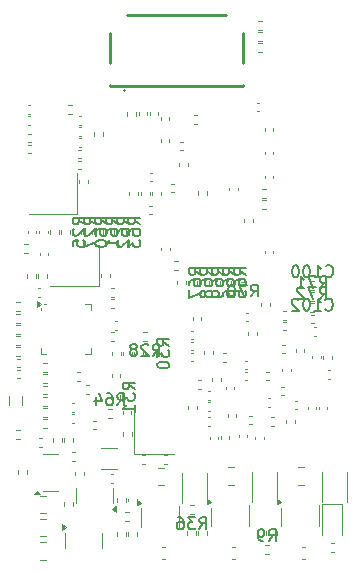
<source format=gbr>
%TF.GenerationSoftware,KiCad,Pcbnew,9.0.3*%
%TF.CreationDate,2025-09-05T02:51:16+03:00*%
%TF.ProjectId,ThingsCore-1,5468696e-6773-4436-9f72-652d312e6b69,rev?*%
%TF.SameCoordinates,Original*%
%TF.FileFunction,Legend,Bot*%
%TF.FilePolarity,Positive*%
%FSLAX46Y46*%
G04 Gerber Fmt 4.6, Leading zero omitted, Abs format (unit mm)*
G04 Created by KiCad (PCBNEW 9.0.3) date 2025-09-05 02:51:16*
%MOMM*%
%LPD*%
G01*
G04 APERTURE LIST*
%ADD10C,0.150000*%
%ADD11C,0.120000*%
%ADD12C,0.254000*%
G04 APERTURE END LIST*
D10*
X33792857Y-36574819D02*
X34126190Y-36098628D01*
X34364285Y-36574819D02*
X34364285Y-35574819D01*
X34364285Y-35574819D02*
X33983333Y-35574819D01*
X33983333Y-35574819D02*
X33888095Y-35622438D01*
X33888095Y-35622438D02*
X33840476Y-35670057D01*
X33840476Y-35670057D02*
X33792857Y-35765295D01*
X33792857Y-35765295D02*
X33792857Y-35908152D01*
X33792857Y-35908152D02*
X33840476Y-36003390D01*
X33840476Y-36003390D02*
X33888095Y-36051009D01*
X33888095Y-36051009D02*
X33983333Y-36098628D01*
X33983333Y-36098628D02*
X34364285Y-36098628D01*
X33459523Y-35574819D02*
X32792857Y-35574819D01*
X32792857Y-35574819D02*
X33221428Y-36574819D01*
X32221428Y-35574819D02*
X32126190Y-35574819D01*
X32126190Y-35574819D02*
X32030952Y-35622438D01*
X32030952Y-35622438D02*
X31983333Y-35670057D01*
X31983333Y-35670057D02*
X31935714Y-35765295D01*
X31935714Y-35765295D02*
X31888095Y-35955771D01*
X31888095Y-35955771D02*
X31888095Y-36193866D01*
X31888095Y-36193866D02*
X31935714Y-36384342D01*
X31935714Y-36384342D02*
X31983333Y-36479580D01*
X31983333Y-36479580D02*
X32030952Y-36527200D01*
X32030952Y-36527200D02*
X32126190Y-36574819D01*
X32126190Y-36574819D02*
X32221428Y-36574819D01*
X32221428Y-36574819D02*
X32316666Y-36527200D01*
X32316666Y-36527200D02*
X32364285Y-36479580D01*
X32364285Y-36479580D02*
X32411904Y-36384342D01*
X32411904Y-36384342D02*
X32459523Y-36193866D01*
X32459523Y-36193866D02*
X32459523Y-35955771D01*
X32459523Y-35955771D02*
X32411904Y-35765295D01*
X32411904Y-35765295D02*
X32364285Y-35670057D01*
X32364285Y-35670057D02*
X32316666Y-35622438D01*
X32316666Y-35622438D02*
X32221428Y-35574819D01*
X26874819Y-40757142D02*
X26398628Y-40423809D01*
X26874819Y-40185714D02*
X25874819Y-40185714D01*
X25874819Y-40185714D02*
X25874819Y-40566666D01*
X25874819Y-40566666D02*
X25922438Y-40661904D01*
X25922438Y-40661904D02*
X25970057Y-40709523D01*
X25970057Y-40709523D02*
X26065295Y-40757142D01*
X26065295Y-40757142D02*
X26208152Y-40757142D01*
X26208152Y-40757142D02*
X26303390Y-40709523D01*
X26303390Y-40709523D02*
X26351009Y-40661904D01*
X26351009Y-40661904D02*
X26398628Y-40566666D01*
X26398628Y-40566666D02*
X26398628Y-40185714D01*
X25874819Y-41090476D02*
X25874819Y-41709523D01*
X25874819Y-41709523D02*
X26255771Y-41376190D01*
X26255771Y-41376190D02*
X26255771Y-41519047D01*
X26255771Y-41519047D02*
X26303390Y-41614285D01*
X26303390Y-41614285D02*
X26351009Y-41661904D01*
X26351009Y-41661904D02*
X26446247Y-41709523D01*
X26446247Y-41709523D02*
X26684342Y-41709523D01*
X26684342Y-41709523D02*
X26779580Y-41661904D01*
X26779580Y-41661904D02*
X26827200Y-41614285D01*
X26827200Y-41614285D02*
X26874819Y-41519047D01*
X26874819Y-41519047D02*
X26874819Y-41233333D01*
X26874819Y-41233333D02*
X26827200Y-41138095D01*
X26827200Y-41138095D02*
X26779580Y-41090476D01*
X25874819Y-42328571D02*
X25874819Y-42423809D01*
X25874819Y-42423809D02*
X25922438Y-42519047D01*
X25922438Y-42519047D02*
X25970057Y-42566666D01*
X25970057Y-42566666D02*
X26065295Y-42614285D01*
X26065295Y-42614285D02*
X26255771Y-42661904D01*
X26255771Y-42661904D02*
X26493866Y-42661904D01*
X26493866Y-42661904D02*
X26684342Y-42614285D01*
X26684342Y-42614285D02*
X26779580Y-42566666D01*
X26779580Y-42566666D02*
X26827200Y-42519047D01*
X26827200Y-42519047D02*
X26874819Y-42423809D01*
X26874819Y-42423809D02*
X26874819Y-42328571D01*
X26874819Y-42328571D02*
X26827200Y-42233333D01*
X26827200Y-42233333D02*
X26779580Y-42185714D01*
X26779580Y-42185714D02*
X26684342Y-42138095D01*
X26684342Y-42138095D02*
X26493866Y-42090476D01*
X26493866Y-42090476D02*
X26255771Y-42090476D01*
X26255771Y-42090476D02*
X26065295Y-42138095D01*
X26065295Y-42138095D02*
X25970057Y-42185714D01*
X25970057Y-42185714D02*
X25922438Y-42233333D01*
X25922438Y-42233333D02*
X25874819Y-42328571D01*
X22549819Y-30472142D02*
X22073628Y-30138809D01*
X22549819Y-29900714D02*
X21549819Y-29900714D01*
X21549819Y-29900714D02*
X21549819Y-30281666D01*
X21549819Y-30281666D02*
X21597438Y-30376904D01*
X21597438Y-30376904D02*
X21645057Y-30424523D01*
X21645057Y-30424523D02*
X21740295Y-30472142D01*
X21740295Y-30472142D02*
X21883152Y-30472142D01*
X21883152Y-30472142D02*
X21978390Y-30424523D01*
X21978390Y-30424523D02*
X22026009Y-30376904D01*
X22026009Y-30376904D02*
X22073628Y-30281666D01*
X22073628Y-30281666D02*
X22073628Y-29900714D01*
X21549819Y-31329285D02*
X21549819Y-31138809D01*
X21549819Y-31138809D02*
X21597438Y-31043571D01*
X21597438Y-31043571D02*
X21645057Y-30995952D01*
X21645057Y-30995952D02*
X21787914Y-30900714D01*
X21787914Y-30900714D02*
X21978390Y-30853095D01*
X21978390Y-30853095D02*
X22359342Y-30853095D01*
X22359342Y-30853095D02*
X22454580Y-30900714D01*
X22454580Y-30900714D02*
X22502200Y-30948333D01*
X22502200Y-30948333D02*
X22549819Y-31043571D01*
X22549819Y-31043571D02*
X22549819Y-31234047D01*
X22549819Y-31234047D02*
X22502200Y-31329285D01*
X22502200Y-31329285D02*
X22454580Y-31376904D01*
X22454580Y-31376904D02*
X22359342Y-31424523D01*
X22359342Y-31424523D02*
X22121247Y-31424523D01*
X22121247Y-31424523D02*
X22026009Y-31376904D01*
X22026009Y-31376904D02*
X21978390Y-31329285D01*
X21978390Y-31329285D02*
X21930771Y-31234047D01*
X21930771Y-31234047D02*
X21930771Y-31043571D01*
X21930771Y-31043571D02*
X21978390Y-30948333D01*
X21978390Y-30948333D02*
X22026009Y-30900714D01*
X22026009Y-30900714D02*
X22121247Y-30853095D01*
X22549819Y-32376904D02*
X22549819Y-31805476D01*
X22549819Y-32091190D02*
X21549819Y-32091190D01*
X21549819Y-32091190D02*
X21692676Y-31995952D01*
X21692676Y-31995952D02*
X21787914Y-31900714D01*
X21787914Y-31900714D02*
X21835533Y-31805476D01*
X23499819Y-30482142D02*
X23023628Y-30148809D01*
X23499819Y-29910714D02*
X22499819Y-29910714D01*
X22499819Y-29910714D02*
X22499819Y-30291666D01*
X22499819Y-30291666D02*
X22547438Y-30386904D01*
X22547438Y-30386904D02*
X22595057Y-30434523D01*
X22595057Y-30434523D02*
X22690295Y-30482142D01*
X22690295Y-30482142D02*
X22833152Y-30482142D01*
X22833152Y-30482142D02*
X22928390Y-30434523D01*
X22928390Y-30434523D02*
X22976009Y-30386904D01*
X22976009Y-30386904D02*
X23023628Y-30291666D01*
X23023628Y-30291666D02*
X23023628Y-29910714D01*
X22499819Y-31339285D02*
X22499819Y-31148809D01*
X22499819Y-31148809D02*
X22547438Y-31053571D01*
X22547438Y-31053571D02*
X22595057Y-31005952D01*
X22595057Y-31005952D02*
X22737914Y-30910714D01*
X22737914Y-30910714D02*
X22928390Y-30863095D01*
X22928390Y-30863095D02*
X23309342Y-30863095D01*
X23309342Y-30863095D02*
X23404580Y-30910714D01*
X23404580Y-30910714D02*
X23452200Y-30958333D01*
X23452200Y-30958333D02*
X23499819Y-31053571D01*
X23499819Y-31053571D02*
X23499819Y-31244047D01*
X23499819Y-31244047D02*
X23452200Y-31339285D01*
X23452200Y-31339285D02*
X23404580Y-31386904D01*
X23404580Y-31386904D02*
X23309342Y-31434523D01*
X23309342Y-31434523D02*
X23071247Y-31434523D01*
X23071247Y-31434523D02*
X22976009Y-31386904D01*
X22976009Y-31386904D02*
X22928390Y-31339285D01*
X22928390Y-31339285D02*
X22880771Y-31244047D01*
X22880771Y-31244047D02*
X22880771Y-31053571D01*
X22880771Y-31053571D02*
X22928390Y-30958333D01*
X22928390Y-30958333D02*
X22976009Y-30910714D01*
X22976009Y-30910714D02*
X23071247Y-30863095D01*
X22595057Y-31815476D02*
X22547438Y-31863095D01*
X22547438Y-31863095D02*
X22499819Y-31958333D01*
X22499819Y-31958333D02*
X22499819Y-32196428D01*
X22499819Y-32196428D02*
X22547438Y-32291666D01*
X22547438Y-32291666D02*
X22595057Y-32339285D01*
X22595057Y-32339285D02*
X22690295Y-32386904D01*
X22690295Y-32386904D02*
X22785533Y-32386904D01*
X22785533Y-32386904D02*
X22928390Y-32339285D01*
X22928390Y-32339285D02*
X23499819Y-31767857D01*
X23499819Y-31767857D02*
X23499819Y-32386904D01*
X19724819Y-30482142D02*
X19248628Y-30148809D01*
X19724819Y-29910714D02*
X18724819Y-29910714D01*
X18724819Y-29910714D02*
X18724819Y-30291666D01*
X18724819Y-30291666D02*
X18772438Y-30386904D01*
X18772438Y-30386904D02*
X18820057Y-30434523D01*
X18820057Y-30434523D02*
X18915295Y-30482142D01*
X18915295Y-30482142D02*
X19058152Y-30482142D01*
X19058152Y-30482142D02*
X19153390Y-30434523D01*
X19153390Y-30434523D02*
X19201009Y-30386904D01*
X19201009Y-30386904D02*
X19248628Y-30291666D01*
X19248628Y-30291666D02*
X19248628Y-29910714D01*
X18820057Y-30863095D02*
X18772438Y-30910714D01*
X18772438Y-30910714D02*
X18724819Y-31005952D01*
X18724819Y-31005952D02*
X18724819Y-31244047D01*
X18724819Y-31244047D02*
X18772438Y-31339285D01*
X18772438Y-31339285D02*
X18820057Y-31386904D01*
X18820057Y-31386904D02*
X18915295Y-31434523D01*
X18915295Y-31434523D02*
X19010533Y-31434523D01*
X19010533Y-31434523D02*
X19153390Y-31386904D01*
X19153390Y-31386904D02*
X19724819Y-30815476D01*
X19724819Y-30815476D02*
X19724819Y-31434523D01*
X18724819Y-32339285D02*
X18724819Y-31863095D01*
X18724819Y-31863095D02*
X19201009Y-31815476D01*
X19201009Y-31815476D02*
X19153390Y-31863095D01*
X19153390Y-31863095D02*
X19105771Y-31958333D01*
X19105771Y-31958333D02*
X19105771Y-32196428D01*
X19105771Y-32196428D02*
X19153390Y-32291666D01*
X19153390Y-32291666D02*
X19201009Y-32339285D01*
X19201009Y-32339285D02*
X19296247Y-32386904D01*
X19296247Y-32386904D02*
X19534342Y-32386904D01*
X19534342Y-32386904D02*
X19629580Y-32339285D01*
X19629580Y-32339285D02*
X19677200Y-32291666D01*
X19677200Y-32291666D02*
X19724819Y-32196428D01*
X19724819Y-32196428D02*
X19724819Y-31958333D01*
X19724819Y-31958333D02*
X19677200Y-31863095D01*
X19677200Y-31863095D02*
X19629580Y-31815476D01*
X20674819Y-30482142D02*
X20198628Y-30148809D01*
X20674819Y-29910714D02*
X19674819Y-29910714D01*
X19674819Y-29910714D02*
X19674819Y-30291666D01*
X19674819Y-30291666D02*
X19722438Y-30386904D01*
X19722438Y-30386904D02*
X19770057Y-30434523D01*
X19770057Y-30434523D02*
X19865295Y-30482142D01*
X19865295Y-30482142D02*
X20008152Y-30482142D01*
X20008152Y-30482142D02*
X20103390Y-30434523D01*
X20103390Y-30434523D02*
X20151009Y-30386904D01*
X20151009Y-30386904D02*
X20198628Y-30291666D01*
X20198628Y-30291666D02*
X20198628Y-29910714D01*
X19770057Y-30863095D02*
X19722438Y-30910714D01*
X19722438Y-30910714D02*
X19674819Y-31005952D01*
X19674819Y-31005952D02*
X19674819Y-31244047D01*
X19674819Y-31244047D02*
X19722438Y-31339285D01*
X19722438Y-31339285D02*
X19770057Y-31386904D01*
X19770057Y-31386904D02*
X19865295Y-31434523D01*
X19865295Y-31434523D02*
X19960533Y-31434523D01*
X19960533Y-31434523D02*
X20103390Y-31386904D01*
X20103390Y-31386904D02*
X20674819Y-30815476D01*
X20674819Y-30815476D02*
X20674819Y-31434523D01*
X19674819Y-31767857D02*
X19674819Y-32434523D01*
X19674819Y-32434523D02*
X20674819Y-32005952D01*
X29442857Y-56274819D02*
X29776190Y-55798628D01*
X30014285Y-56274819D02*
X30014285Y-55274819D01*
X30014285Y-55274819D02*
X29633333Y-55274819D01*
X29633333Y-55274819D02*
X29538095Y-55322438D01*
X29538095Y-55322438D02*
X29490476Y-55370057D01*
X29490476Y-55370057D02*
X29442857Y-55465295D01*
X29442857Y-55465295D02*
X29442857Y-55608152D01*
X29442857Y-55608152D02*
X29490476Y-55703390D01*
X29490476Y-55703390D02*
X29538095Y-55751009D01*
X29538095Y-55751009D02*
X29633333Y-55798628D01*
X29633333Y-55798628D02*
X30014285Y-55798628D01*
X29109523Y-55274819D02*
X28490476Y-55274819D01*
X28490476Y-55274819D02*
X28823809Y-55655771D01*
X28823809Y-55655771D02*
X28680952Y-55655771D01*
X28680952Y-55655771D02*
X28585714Y-55703390D01*
X28585714Y-55703390D02*
X28538095Y-55751009D01*
X28538095Y-55751009D02*
X28490476Y-55846247D01*
X28490476Y-55846247D02*
X28490476Y-56084342D01*
X28490476Y-56084342D02*
X28538095Y-56179580D01*
X28538095Y-56179580D02*
X28585714Y-56227200D01*
X28585714Y-56227200D02*
X28680952Y-56274819D01*
X28680952Y-56274819D02*
X28966666Y-56274819D01*
X28966666Y-56274819D02*
X29061904Y-56227200D01*
X29061904Y-56227200D02*
X29109523Y-56179580D01*
X27633333Y-55274819D02*
X27823809Y-55274819D01*
X27823809Y-55274819D02*
X27919047Y-55322438D01*
X27919047Y-55322438D02*
X27966666Y-55370057D01*
X27966666Y-55370057D02*
X28061904Y-55512914D01*
X28061904Y-55512914D02*
X28109523Y-55703390D01*
X28109523Y-55703390D02*
X28109523Y-56084342D01*
X28109523Y-56084342D02*
X28061904Y-56179580D01*
X28061904Y-56179580D02*
X28014285Y-56227200D01*
X28014285Y-56227200D02*
X27919047Y-56274819D01*
X27919047Y-56274819D02*
X27728571Y-56274819D01*
X27728571Y-56274819D02*
X27633333Y-56227200D01*
X27633333Y-56227200D02*
X27585714Y-56179580D01*
X27585714Y-56179580D02*
X27538095Y-56084342D01*
X27538095Y-56084342D02*
X27538095Y-55846247D01*
X27538095Y-55846247D02*
X27585714Y-55751009D01*
X27585714Y-55751009D02*
X27633333Y-55703390D01*
X27633333Y-55703390D02*
X27728571Y-55655771D01*
X27728571Y-55655771D02*
X27919047Y-55655771D01*
X27919047Y-55655771D02*
X28014285Y-55703390D01*
X28014285Y-55703390D02*
X28061904Y-55751009D01*
X28061904Y-55751009D02*
X28109523Y-55846247D01*
X40144047Y-34849580D02*
X40191666Y-34897200D01*
X40191666Y-34897200D02*
X40334523Y-34944819D01*
X40334523Y-34944819D02*
X40429761Y-34944819D01*
X40429761Y-34944819D02*
X40572618Y-34897200D01*
X40572618Y-34897200D02*
X40667856Y-34801961D01*
X40667856Y-34801961D02*
X40715475Y-34706723D01*
X40715475Y-34706723D02*
X40763094Y-34516247D01*
X40763094Y-34516247D02*
X40763094Y-34373390D01*
X40763094Y-34373390D02*
X40715475Y-34182914D01*
X40715475Y-34182914D02*
X40667856Y-34087676D01*
X40667856Y-34087676D02*
X40572618Y-33992438D01*
X40572618Y-33992438D02*
X40429761Y-33944819D01*
X40429761Y-33944819D02*
X40334523Y-33944819D01*
X40334523Y-33944819D02*
X40191666Y-33992438D01*
X40191666Y-33992438D02*
X40144047Y-34040057D01*
X39191666Y-34944819D02*
X39763094Y-34944819D01*
X39477380Y-34944819D02*
X39477380Y-33944819D01*
X39477380Y-33944819D02*
X39572618Y-34087676D01*
X39572618Y-34087676D02*
X39667856Y-34182914D01*
X39667856Y-34182914D02*
X39763094Y-34230533D01*
X38572618Y-33944819D02*
X38477380Y-33944819D01*
X38477380Y-33944819D02*
X38382142Y-33992438D01*
X38382142Y-33992438D02*
X38334523Y-34040057D01*
X38334523Y-34040057D02*
X38286904Y-34135295D01*
X38286904Y-34135295D02*
X38239285Y-34325771D01*
X38239285Y-34325771D02*
X38239285Y-34563866D01*
X38239285Y-34563866D02*
X38286904Y-34754342D01*
X38286904Y-34754342D02*
X38334523Y-34849580D01*
X38334523Y-34849580D02*
X38382142Y-34897200D01*
X38382142Y-34897200D02*
X38477380Y-34944819D01*
X38477380Y-34944819D02*
X38572618Y-34944819D01*
X38572618Y-34944819D02*
X38667856Y-34897200D01*
X38667856Y-34897200D02*
X38715475Y-34849580D01*
X38715475Y-34849580D02*
X38763094Y-34754342D01*
X38763094Y-34754342D02*
X38810713Y-34563866D01*
X38810713Y-34563866D02*
X38810713Y-34325771D01*
X38810713Y-34325771D02*
X38763094Y-34135295D01*
X38763094Y-34135295D02*
X38715475Y-34040057D01*
X38715475Y-34040057D02*
X38667856Y-33992438D01*
X38667856Y-33992438D02*
X38572618Y-33944819D01*
X37620237Y-33944819D02*
X37524999Y-33944819D01*
X37524999Y-33944819D02*
X37429761Y-33992438D01*
X37429761Y-33992438D02*
X37382142Y-34040057D01*
X37382142Y-34040057D02*
X37334523Y-34135295D01*
X37334523Y-34135295D02*
X37286904Y-34325771D01*
X37286904Y-34325771D02*
X37286904Y-34563866D01*
X37286904Y-34563866D02*
X37334523Y-34754342D01*
X37334523Y-34754342D02*
X37382142Y-34849580D01*
X37382142Y-34849580D02*
X37429761Y-34897200D01*
X37429761Y-34897200D02*
X37524999Y-34944819D01*
X37524999Y-34944819D02*
X37620237Y-34944819D01*
X37620237Y-34944819D02*
X37715475Y-34897200D01*
X37715475Y-34897200D02*
X37763094Y-34849580D01*
X37763094Y-34849580D02*
X37810713Y-34754342D01*
X37810713Y-34754342D02*
X37858332Y-34563866D01*
X37858332Y-34563866D02*
X37858332Y-34325771D01*
X37858332Y-34325771D02*
X37810713Y-34135295D01*
X37810713Y-34135295D02*
X37763094Y-34040057D01*
X37763094Y-34040057D02*
X37715475Y-33992438D01*
X37715475Y-33992438D02*
X37620237Y-33944819D01*
X24434819Y-30482142D02*
X23958628Y-30148809D01*
X24434819Y-29910714D02*
X23434819Y-29910714D01*
X23434819Y-29910714D02*
X23434819Y-30291666D01*
X23434819Y-30291666D02*
X23482438Y-30386904D01*
X23482438Y-30386904D02*
X23530057Y-30434523D01*
X23530057Y-30434523D02*
X23625295Y-30482142D01*
X23625295Y-30482142D02*
X23768152Y-30482142D01*
X23768152Y-30482142D02*
X23863390Y-30434523D01*
X23863390Y-30434523D02*
X23911009Y-30386904D01*
X23911009Y-30386904D02*
X23958628Y-30291666D01*
X23958628Y-30291666D02*
X23958628Y-29910714D01*
X23434819Y-31339285D02*
X23434819Y-31148809D01*
X23434819Y-31148809D02*
X23482438Y-31053571D01*
X23482438Y-31053571D02*
X23530057Y-31005952D01*
X23530057Y-31005952D02*
X23672914Y-30910714D01*
X23672914Y-30910714D02*
X23863390Y-30863095D01*
X23863390Y-30863095D02*
X24244342Y-30863095D01*
X24244342Y-30863095D02*
X24339580Y-30910714D01*
X24339580Y-30910714D02*
X24387200Y-30958333D01*
X24387200Y-30958333D02*
X24434819Y-31053571D01*
X24434819Y-31053571D02*
X24434819Y-31244047D01*
X24434819Y-31244047D02*
X24387200Y-31339285D01*
X24387200Y-31339285D02*
X24339580Y-31386904D01*
X24339580Y-31386904D02*
X24244342Y-31434523D01*
X24244342Y-31434523D02*
X24006247Y-31434523D01*
X24006247Y-31434523D02*
X23911009Y-31386904D01*
X23911009Y-31386904D02*
X23863390Y-31339285D01*
X23863390Y-31339285D02*
X23815771Y-31244047D01*
X23815771Y-31244047D02*
X23815771Y-31053571D01*
X23815771Y-31053571D02*
X23863390Y-30958333D01*
X23863390Y-30958333D02*
X23911009Y-30910714D01*
X23911009Y-30910714D02*
X24006247Y-30863095D01*
X23434819Y-31767857D02*
X23434819Y-32386904D01*
X23434819Y-32386904D02*
X23815771Y-32053571D01*
X23815771Y-32053571D02*
X23815771Y-32196428D01*
X23815771Y-32196428D02*
X23863390Y-32291666D01*
X23863390Y-32291666D02*
X23911009Y-32339285D01*
X23911009Y-32339285D02*
X24006247Y-32386904D01*
X24006247Y-32386904D02*
X24244342Y-32386904D01*
X24244342Y-32386904D02*
X24339580Y-32339285D01*
X24339580Y-32339285D02*
X24387200Y-32291666D01*
X24387200Y-32291666D02*
X24434819Y-32196428D01*
X24434819Y-32196428D02*
X24434819Y-31910714D01*
X24434819Y-31910714D02*
X24387200Y-31815476D01*
X24387200Y-31815476D02*
X24339580Y-31767857D01*
X29574819Y-34757142D02*
X29098628Y-34423809D01*
X29574819Y-34185714D02*
X28574819Y-34185714D01*
X28574819Y-34185714D02*
X28574819Y-34566666D01*
X28574819Y-34566666D02*
X28622438Y-34661904D01*
X28622438Y-34661904D02*
X28670057Y-34709523D01*
X28670057Y-34709523D02*
X28765295Y-34757142D01*
X28765295Y-34757142D02*
X28908152Y-34757142D01*
X28908152Y-34757142D02*
X29003390Y-34709523D01*
X29003390Y-34709523D02*
X29051009Y-34661904D01*
X29051009Y-34661904D02*
X29098628Y-34566666D01*
X29098628Y-34566666D02*
X29098628Y-34185714D01*
X28574819Y-35614285D02*
X28574819Y-35423809D01*
X28574819Y-35423809D02*
X28622438Y-35328571D01*
X28622438Y-35328571D02*
X28670057Y-35280952D01*
X28670057Y-35280952D02*
X28812914Y-35185714D01*
X28812914Y-35185714D02*
X29003390Y-35138095D01*
X29003390Y-35138095D02*
X29384342Y-35138095D01*
X29384342Y-35138095D02*
X29479580Y-35185714D01*
X29479580Y-35185714D02*
X29527200Y-35233333D01*
X29527200Y-35233333D02*
X29574819Y-35328571D01*
X29574819Y-35328571D02*
X29574819Y-35519047D01*
X29574819Y-35519047D02*
X29527200Y-35614285D01*
X29527200Y-35614285D02*
X29479580Y-35661904D01*
X29479580Y-35661904D02*
X29384342Y-35709523D01*
X29384342Y-35709523D02*
X29146247Y-35709523D01*
X29146247Y-35709523D02*
X29051009Y-35661904D01*
X29051009Y-35661904D02*
X29003390Y-35614285D01*
X29003390Y-35614285D02*
X28955771Y-35519047D01*
X28955771Y-35519047D02*
X28955771Y-35328571D01*
X28955771Y-35328571D02*
X29003390Y-35233333D01*
X29003390Y-35233333D02*
X29051009Y-35185714D01*
X29051009Y-35185714D02*
X29146247Y-35138095D01*
X28574819Y-36042857D02*
X28574819Y-36709523D01*
X28574819Y-36709523D02*
X29574819Y-36280952D01*
X40119047Y-37674580D02*
X40166666Y-37722200D01*
X40166666Y-37722200D02*
X40309523Y-37769819D01*
X40309523Y-37769819D02*
X40404761Y-37769819D01*
X40404761Y-37769819D02*
X40547618Y-37722200D01*
X40547618Y-37722200D02*
X40642856Y-37626961D01*
X40642856Y-37626961D02*
X40690475Y-37531723D01*
X40690475Y-37531723D02*
X40738094Y-37341247D01*
X40738094Y-37341247D02*
X40738094Y-37198390D01*
X40738094Y-37198390D02*
X40690475Y-37007914D01*
X40690475Y-37007914D02*
X40642856Y-36912676D01*
X40642856Y-36912676D02*
X40547618Y-36817438D01*
X40547618Y-36817438D02*
X40404761Y-36769819D01*
X40404761Y-36769819D02*
X40309523Y-36769819D01*
X40309523Y-36769819D02*
X40166666Y-36817438D01*
X40166666Y-36817438D02*
X40119047Y-36865057D01*
X39166666Y-37769819D02*
X39738094Y-37769819D01*
X39452380Y-37769819D02*
X39452380Y-36769819D01*
X39452380Y-36769819D02*
X39547618Y-36912676D01*
X39547618Y-36912676D02*
X39642856Y-37007914D01*
X39642856Y-37007914D02*
X39738094Y-37055533D01*
X38547618Y-36769819D02*
X38452380Y-36769819D01*
X38452380Y-36769819D02*
X38357142Y-36817438D01*
X38357142Y-36817438D02*
X38309523Y-36865057D01*
X38309523Y-36865057D02*
X38261904Y-36960295D01*
X38261904Y-36960295D02*
X38214285Y-37150771D01*
X38214285Y-37150771D02*
X38214285Y-37388866D01*
X38214285Y-37388866D02*
X38261904Y-37579342D01*
X38261904Y-37579342D02*
X38309523Y-37674580D01*
X38309523Y-37674580D02*
X38357142Y-37722200D01*
X38357142Y-37722200D02*
X38452380Y-37769819D01*
X38452380Y-37769819D02*
X38547618Y-37769819D01*
X38547618Y-37769819D02*
X38642856Y-37722200D01*
X38642856Y-37722200D02*
X38690475Y-37674580D01*
X38690475Y-37674580D02*
X38738094Y-37579342D01*
X38738094Y-37579342D02*
X38785713Y-37388866D01*
X38785713Y-37388866D02*
X38785713Y-37150771D01*
X38785713Y-37150771D02*
X38738094Y-36960295D01*
X38738094Y-36960295D02*
X38690475Y-36865057D01*
X38690475Y-36865057D02*
X38642856Y-36817438D01*
X38642856Y-36817438D02*
X38547618Y-36769819D01*
X37833332Y-36865057D02*
X37785713Y-36817438D01*
X37785713Y-36817438D02*
X37690475Y-36769819D01*
X37690475Y-36769819D02*
X37452380Y-36769819D01*
X37452380Y-36769819D02*
X37357142Y-36817438D01*
X37357142Y-36817438D02*
X37309523Y-36865057D01*
X37309523Y-36865057D02*
X37261904Y-36960295D01*
X37261904Y-36960295D02*
X37261904Y-37055533D01*
X37261904Y-37055533D02*
X37309523Y-37198390D01*
X37309523Y-37198390D02*
X37880951Y-37769819D01*
X37880951Y-37769819D02*
X37261904Y-37769819D01*
X32424819Y-34757142D02*
X31948628Y-34423809D01*
X32424819Y-34185714D02*
X31424819Y-34185714D01*
X31424819Y-34185714D02*
X31424819Y-34566666D01*
X31424819Y-34566666D02*
X31472438Y-34661904D01*
X31472438Y-34661904D02*
X31520057Y-34709523D01*
X31520057Y-34709523D02*
X31615295Y-34757142D01*
X31615295Y-34757142D02*
X31758152Y-34757142D01*
X31758152Y-34757142D02*
X31853390Y-34709523D01*
X31853390Y-34709523D02*
X31901009Y-34661904D01*
X31901009Y-34661904D02*
X31948628Y-34566666D01*
X31948628Y-34566666D02*
X31948628Y-34185714D01*
X31424819Y-35614285D02*
X31424819Y-35423809D01*
X31424819Y-35423809D02*
X31472438Y-35328571D01*
X31472438Y-35328571D02*
X31520057Y-35280952D01*
X31520057Y-35280952D02*
X31662914Y-35185714D01*
X31662914Y-35185714D02*
X31853390Y-35138095D01*
X31853390Y-35138095D02*
X32234342Y-35138095D01*
X32234342Y-35138095D02*
X32329580Y-35185714D01*
X32329580Y-35185714D02*
X32377200Y-35233333D01*
X32377200Y-35233333D02*
X32424819Y-35328571D01*
X32424819Y-35328571D02*
X32424819Y-35519047D01*
X32424819Y-35519047D02*
X32377200Y-35614285D01*
X32377200Y-35614285D02*
X32329580Y-35661904D01*
X32329580Y-35661904D02*
X32234342Y-35709523D01*
X32234342Y-35709523D02*
X31996247Y-35709523D01*
X31996247Y-35709523D02*
X31901009Y-35661904D01*
X31901009Y-35661904D02*
X31853390Y-35614285D01*
X31853390Y-35614285D02*
X31805771Y-35519047D01*
X31805771Y-35519047D02*
X31805771Y-35328571D01*
X31805771Y-35328571D02*
X31853390Y-35233333D01*
X31853390Y-35233333D02*
X31901009Y-35185714D01*
X31901009Y-35185714D02*
X31996247Y-35138095D01*
X31424819Y-36566666D02*
X31424819Y-36376190D01*
X31424819Y-36376190D02*
X31472438Y-36280952D01*
X31472438Y-36280952D02*
X31520057Y-36233333D01*
X31520057Y-36233333D02*
X31662914Y-36138095D01*
X31662914Y-36138095D02*
X31853390Y-36090476D01*
X31853390Y-36090476D02*
X32234342Y-36090476D01*
X32234342Y-36090476D02*
X32329580Y-36138095D01*
X32329580Y-36138095D02*
X32377200Y-36185714D01*
X32377200Y-36185714D02*
X32424819Y-36280952D01*
X32424819Y-36280952D02*
X32424819Y-36471428D01*
X32424819Y-36471428D02*
X32377200Y-36566666D01*
X32377200Y-36566666D02*
X32329580Y-36614285D01*
X32329580Y-36614285D02*
X32234342Y-36661904D01*
X32234342Y-36661904D02*
X31996247Y-36661904D01*
X31996247Y-36661904D02*
X31901009Y-36614285D01*
X31901009Y-36614285D02*
X31853390Y-36566666D01*
X31853390Y-36566666D02*
X31805771Y-36471428D01*
X31805771Y-36471428D02*
X31805771Y-36280952D01*
X31805771Y-36280952D02*
X31853390Y-36185714D01*
X31853390Y-36185714D02*
X31901009Y-36138095D01*
X31901009Y-36138095D02*
X31996247Y-36090476D01*
X21624819Y-30472142D02*
X21148628Y-30138809D01*
X21624819Y-29900714D02*
X20624819Y-29900714D01*
X20624819Y-29900714D02*
X20624819Y-30281666D01*
X20624819Y-30281666D02*
X20672438Y-30376904D01*
X20672438Y-30376904D02*
X20720057Y-30424523D01*
X20720057Y-30424523D02*
X20815295Y-30472142D01*
X20815295Y-30472142D02*
X20958152Y-30472142D01*
X20958152Y-30472142D02*
X21053390Y-30424523D01*
X21053390Y-30424523D02*
X21101009Y-30376904D01*
X21101009Y-30376904D02*
X21148628Y-30281666D01*
X21148628Y-30281666D02*
X21148628Y-29900714D01*
X20624819Y-31329285D02*
X20624819Y-31138809D01*
X20624819Y-31138809D02*
X20672438Y-31043571D01*
X20672438Y-31043571D02*
X20720057Y-30995952D01*
X20720057Y-30995952D02*
X20862914Y-30900714D01*
X20862914Y-30900714D02*
X21053390Y-30853095D01*
X21053390Y-30853095D02*
X21434342Y-30853095D01*
X21434342Y-30853095D02*
X21529580Y-30900714D01*
X21529580Y-30900714D02*
X21577200Y-30948333D01*
X21577200Y-30948333D02*
X21624819Y-31043571D01*
X21624819Y-31043571D02*
X21624819Y-31234047D01*
X21624819Y-31234047D02*
X21577200Y-31329285D01*
X21577200Y-31329285D02*
X21529580Y-31376904D01*
X21529580Y-31376904D02*
X21434342Y-31424523D01*
X21434342Y-31424523D02*
X21196247Y-31424523D01*
X21196247Y-31424523D02*
X21101009Y-31376904D01*
X21101009Y-31376904D02*
X21053390Y-31329285D01*
X21053390Y-31329285D02*
X21005771Y-31234047D01*
X21005771Y-31234047D02*
X21005771Y-31043571D01*
X21005771Y-31043571D02*
X21053390Y-30948333D01*
X21053390Y-30948333D02*
X21101009Y-30900714D01*
X21101009Y-30900714D02*
X21196247Y-30853095D01*
X20624819Y-32043571D02*
X20624819Y-32138809D01*
X20624819Y-32138809D02*
X20672438Y-32234047D01*
X20672438Y-32234047D02*
X20720057Y-32281666D01*
X20720057Y-32281666D02*
X20815295Y-32329285D01*
X20815295Y-32329285D02*
X21005771Y-32376904D01*
X21005771Y-32376904D02*
X21243866Y-32376904D01*
X21243866Y-32376904D02*
X21434342Y-32329285D01*
X21434342Y-32329285D02*
X21529580Y-32281666D01*
X21529580Y-32281666D02*
X21577200Y-32234047D01*
X21577200Y-32234047D02*
X21624819Y-32138809D01*
X21624819Y-32138809D02*
X21624819Y-32043571D01*
X21624819Y-32043571D02*
X21577200Y-31948333D01*
X21577200Y-31948333D02*
X21529580Y-31900714D01*
X21529580Y-31900714D02*
X21434342Y-31853095D01*
X21434342Y-31853095D02*
X21243866Y-31805476D01*
X21243866Y-31805476D02*
X21005771Y-31805476D01*
X21005771Y-31805476D02*
X20815295Y-31853095D01*
X20815295Y-31853095D02*
X20720057Y-31900714D01*
X20720057Y-31900714D02*
X20672438Y-31948333D01*
X20672438Y-31948333D02*
X20624819Y-32043571D01*
X33374819Y-34757142D02*
X32898628Y-34423809D01*
X33374819Y-34185714D02*
X32374819Y-34185714D01*
X32374819Y-34185714D02*
X32374819Y-34566666D01*
X32374819Y-34566666D02*
X32422438Y-34661904D01*
X32422438Y-34661904D02*
X32470057Y-34709523D01*
X32470057Y-34709523D02*
X32565295Y-34757142D01*
X32565295Y-34757142D02*
X32708152Y-34757142D01*
X32708152Y-34757142D02*
X32803390Y-34709523D01*
X32803390Y-34709523D02*
X32851009Y-34661904D01*
X32851009Y-34661904D02*
X32898628Y-34566666D01*
X32898628Y-34566666D02*
X32898628Y-34185714D01*
X32374819Y-35614285D02*
X32374819Y-35423809D01*
X32374819Y-35423809D02*
X32422438Y-35328571D01*
X32422438Y-35328571D02*
X32470057Y-35280952D01*
X32470057Y-35280952D02*
X32612914Y-35185714D01*
X32612914Y-35185714D02*
X32803390Y-35138095D01*
X32803390Y-35138095D02*
X33184342Y-35138095D01*
X33184342Y-35138095D02*
X33279580Y-35185714D01*
X33279580Y-35185714D02*
X33327200Y-35233333D01*
X33327200Y-35233333D02*
X33374819Y-35328571D01*
X33374819Y-35328571D02*
X33374819Y-35519047D01*
X33374819Y-35519047D02*
X33327200Y-35614285D01*
X33327200Y-35614285D02*
X33279580Y-35661904D01*
X33279580Y-35661904D02*
X33184342Y-35709523D01*
X33184342Y-35709523D02*
X32946247Y-35709523D01*
X32946247Y-35709523D02*
X32851009Y-35661904D01*
X32851009Y-35661904D02*
X32803390Y-35614285D01*
X32803390Y-35614285D02*
X32755771Y-35519047D01*
X32755771Y-35519047D02*
X32755771Y-35328571D01*
X32755771Y-35328571D02*
X32803390Y-35233333D01*
X32803390Y-35233333D02*
X32851009Y-35185714D01*
X32851009Y-35185714D02*
X32946247Y-35138095D01*
X32374819Y-36614285D02*
X32374819Y-36138095D01*
X32374819Y-36138095D02*
X32851009Y-36090476D01*
X32851009Y-36090476D02*
X32803390Y-36138095D01*
X32803390Y-36138095D02*
X32755771Y-36233333D01*
X32755771Y-36233333D02*
X32755771Y-36471428D01*
X32755771Y-36471428D02*
X32803390Y-36566666D01*
X32803390Y-36566666D02*
X32851009Y-36614285D01*
X32851009Y-36614285D02*
X32946247Y-36661904D01*
X32946247Y-36661904D02*
X33184342Y-36661904D01*
X33184342Y-36661904D02*
X33279580Y-36614285D01*
X33279580Y-36614285D02*
X33327200Y-36566666D01*
X33327200Y-36566666D02*
X33374819Y-36471428D01*
X33374819Y-36471428D02*
X33374819Y-36233333D01*
X33374819Y-36233333D02*
X33327200Y-36138095D01*
X33327200Y-36138095D02*
X33279580Y-36090476D01*
X35316666Y-57284819D02*
X35649999Y-56808628D01*
X35888094Y-57284819D02*
X35888094Y-56284819D01*
X35888094Y-56284819D02*
X35507142Y-56284819D01*
X35507142Y-56284819D02*
X35411904Y-56332438D01*
X35411904Y-56332438D02*
X35364285Y-56380057D01*
X35364285Y-56380057D02*
X35316666Y-56475295D01*
X35316666Y-56475295D02*
X35316666Y-56618152D01*
X35316666Y-56618152D02*
X35364285Y-56713390D01*
X35364285Y-56713390D02*
X35411904Y-56761009D01*
X35411904Y-56761009D02*
X35507142Y-56808628D01*
X35507142Y-56808628D02*
X35888094Y-56808628D01*
X34840475Y-57284819D02*
X34649999Y-57284819D01*
X34649999Y-57284819D02*
X34554761Y-57237200D01*
X34554761Y-57237200D02*
X34507142Y-57189580D01*
X34507142Y-57189580D02*
X34411904Y-57046723D01*
X34411904Y-57046723D02*
X34364285Y-56856247D01*
X34364285Y-56856247D02*
X34364285Y-56475295D01*
X34364285Y-56475295D02*
X34411904Y-56380057D01*
X34411904Y-56380057D02*
X34459523Y-56332438D01*
X34459523Y-56332438D02*
X34554761Y-56284819D01*
X34554761Y-56284819D02*
X34745237Y-56284819D01*
X34745237Y-56284819D02*
X34840475Y-56332438D01*
X34840475Y-56332438D02*
X34888094Y-56380057D01*
X34888094Y-56380057D02*
X34935713Y-56475295D01*
X34935713Y-56475295D02*
X34935713Y-56713390D01*
X34935713Y-56713390D02*
X34888094Y-56808628D01*
X34888094Y-56808628D02*
X34840475Y-56856247D01*
X34840475Y-56856247D02*
X34745237Y-56903866D01*
X34745237Y-56903866D02*
X34554761Y-56903866D01*
X34554761Y-56903866D02*
X34459523Y-56856247D01*
X34459523Y-56856247D02*
X34411904Y-56808628D01*
X34411904Y-56808628D02*
X34364285Y-56713390D01*
X30524819Y-34757142D02*
X30048628Y-34423809D01*
X30524819Y-34185714D02*
X29524819Y-34185714D01*
X29524819Y-34185714D02*
X29524819Y-34566666D01*
X29524819Y-34566666D02*
X29572438Y-34661904D01*
X29572438Y-34661904D02*
X29620057Y-34709523D01*
X29620057Y-34709523D02*
X29715295Y-34757142D01*
X29715295Y-34757142D02*
X29858152Y-34757142D01*
X29858152Y-34757142D02*
X29953390Y-34709523D01*
X29953390Y-34709523D02*
X30001009Y-34661904D01*
X30001009Y-34661904D02*
X30048628Y-34566666D01*
X30048628Y-34566666D02*
X30048628Y-34185714D01*
X29524819Y-35614285D02*
X29524819Y-35423809D01*
X29524819Y-35423809D02*
X29572438Y-35328571D01*
X29572438Y-35328571D02*
X29620057Y-35280952D01*
X29620057Y-35280952D02*
X29762914Y-35185714D01*
X29762914Y-35185714D02*
X29953390Y-35138095D01*
X29953390Y-35138095D02*
X30334342Y-35138095D01*
X30334342Y-35138095D02*
X30429580Y-35185714D01*
X30429580Y-35185714D02*
X30477200Y-35233333D01*
X30477200Y-35233333D02*
X30524819Y-35328571D01*
X30524819Y-35328571D02*
X30524819Y-35519047D01*
X30524819Y-35519047D02*
X30477200Y-35614285D01*
X30477200Y-35614285D02*
X30429580Y-35661904D01*
X30429580Y-35661904D02*
X30334342Y-35709523D01*
X30334342Y-35709523D02*
X30096247Y-35709523D01*
X30096247Y-35709523D02*
X30001009Y-35661904D01*
X30001009Y-35661904D02*
X29953390Y-35614285D01*
X29953390Y-35614285D02*
X29905771Y-35519047D01*
X29905771Y-35519047D02*
X29905771Y-35328571D01*
X29905771Y-35328571D02*
X29953390Y-35233333D01*
X29953390Y-35233333D02*
X30001009Y-35185714D01*
X30001009Y-35185714D02*
X30096247Y-35138095D01*
X29953390Y-36280952D02*
X29905771Y-36185714D01*
X29905771Y-36185714D02*
X29858152Y-36138095D01*
X29858152Y-36138095D02*
X29762914Y-36090476D01*
X29762914Y-36090476D02*
X29715295Y-36090476D01*
X29715295Y-36090476D02*
X29620057Y-36138095D01*
X29620057Y-36138095D02*
X29572438Y-36185714D01*
X29572438Y-36185714D02*
X29524819Y-36280952D01*
X29524819Y-36280952D02*
X29524819Y-36471428D01*
X29524819Y-36471428D02*
X29572438Y-36566666D01*
X29572438Y-36566666D02*
X29620057Y-36614285D01*
X29620057Y-36614285D02*
X29715295Y-36661904D01*
X29715295Y-36661904D02*
X29762914Y-36661904D01*
X29762914Y-36661904D02*
X29858152Y-36614285D01*
X29858152Y-36614285D02*
X29905771Y-36566666D01*
X29905771Y-36566666D02*
X29953390Y-36471428D01*
X29953390Y-36471428D02*
X29953390Y-36280952D01*
X29953390Y-36280952D02*
X30001009Y-36185714D01*
X30001009Y-36185714D02*
X30048628Y-36138095D01*
X30048628Y-36138095D02*
X30143866Y-36090476D01*
X30143866Y-36090476D02*
X30334342Y-36090476D01*
X30334342Y-36090476D02*
X30429580Y-36138095D01*
X30429580Y-36138095D02*
X30477200Y-36185714D01*
X30477200Y-36185714D02*
X30524819Y-36280952D01*
X30524819Y-36280952D02*
X30524819Y-36471428D01*
X30524819Y-36471428D02*
X30477200Y-36566666D01*
X30477200Y-36566666D02*
X30429580Y-36614285D01*
X30429580Y-36614285D02*
X30334342Y-36661904D01*
X30334342Y-36661904D02*
X30143866Y-36661904D01*
X30143866Y-36661904D02*
X30048628Y-36614285D01*
X30048628Y-36614285D02*
X30001009Y-36566666D01*
X30001009Y-36566666D02*
X29953390Y-36471428D01*
X22492857Y-45784819D02*
X22826190Y-45308628D01*
X23064285Y-45784819D02*
X23064285Y-44784819D01*
X23064285Y-44784819D02*
X22683333Y-44784819D01*
X22683333Y-44784819D02*
X22588095Y-44832438D01*
X22588095Y-44832438D02*
X22540476Y-44880057D01*
X22540476Y-44880057D02*
X22492857Y-44975295D01*
X22492857Y-44975295D02*
X22492857Y-45118152D01*
X22492857Y-45118152D02*
X22540476Y-45213390D01*
X22540476Y-45213390D02*
X22588095Y-45261009D01*
X22588095Y-45261009D02*
X22683333Y-45308628D01*
X22683333Y-45308628D02*
X23064285Y-45308628D01*
X21635714Y-44784819D02*
X21826190Y-44784819D01*
X21826190Y-44784819D02*
X21921428Y-44832438D01*
X21921428Y-44832438D02*
X21969047Y-44880057D01*
X21969047Y-44880057D02*
X22064285Y-45022914D01*
X22064285Y-45022914D02*
X22111904Y-45213390D01*
X22111904Y-45213390D02*
X22111904Y-45594342D01*
X22111904Y-45594342D02*
X22064285Y-45689580D01*
X22064285Y-45689580D02*
X22016666Y-45737200D01*
X22016666Y-45737200D02*
X21921428Y-45784819D01*
X21921428Y-45784819D02*
X21730952Y-45784819D01*
X21730952Y-45784819D02*
X21635714Y-45737200D01*
X21635714Y-45737200D02*
X21588095Y-45689580D01*
X21588095Y-45689580D02*
X21540476Y-45594342D01*
X21540476Y-45594342D02*
X21540476Y-45356247D01*
X21540476Y-45356247D02*
X21588095Y-45261009D01*
X21588095Y-45261009D02*
X21635714Y-45213390D01*
X21635714Y-45213390D02*
X21730952Y-45165771D01*
X21730952Y-45165771D02*
X21921428Y-45165771D01*
X21921428Y-45165771D02*
X22016666Y-45213390D01*
X22016666Y-45213390D02*
X22064285Y-45261009D01*
X22064285Y-45261009D02*
X22111904Y-45356247D01*
X20683333Y-45118152D02*
X20683333Y-45784819D01*
X20921428Y-44737200D02*
X21159523Y-45451485D01*
X21159523Y-45451485D02*
X20540476Y-45451485D01*
X39632857Y-35884819D02*
X39966190Y-35408628D01*
X40204285Y-35884819D02*
X40204285Y-34884819D01*
X40204285Y-34884819D02*
X39823333Y-34884819D01*
X39823333Y-34884819D02*
X39728095Y-34932438D01*
X39728095Y-34932438D02*
X39680476Y-34980057D01*
X39680476Y-34980057D02*
X39632857Y-35075295D01*
X39632857Y-35075295D02*
X39632857Y-35218152D01*
X39632857Y-35218152D02*
X39680476Y-35313390D01*
X39680476Y-35313390D02*
X39728095Y-35361009D01*
X39728095Y-35361009D02*
X39823333Y-35408628D01*
X39823333Y-35408628D02*
X40204285Y-35408628D01*
X39299523Y-34884819D02*
X38632857Y-34884819D01*
X38632857Y-34884819D02*
X39061428Y-35884819D01*
X37728095Y-35884819D02*
X38299523Y-35884819D01*
X38013809Y-35884819D02*
X38013809Y-34884819D01*
X38013809Y-34884819D02*
X38109047Y-35027676D01*
X38109047Y-35027676D02*
X38204285Y-35122914D01*
X38204285Y-35122914D02*
X38299523Y-35170533D01*
X25492857Y-41624819D02*
X25826190Y-41148628D01*
X26064285Y-41624819D02*
X26064285Y-40624819D01*
X26064285Y-40624819D02*
X25683333Y-40624819D01*
X25683333Y-40624819D02*
X25588095Y-40672438D01*
X25588095Y-40672438D02*
X25540476Y-40720057D01*
X25540476Y-40720057D02*
X25492857Y-40815295D01*
X25492857Y-40815295D02*
X25492857Y-40958152D01*
X25492857Y-40958152D02*
X25540476Y-41053390D01*
X25540476Y-41053390D02*
X25588095Y-41101009D01*
X25588095Y-41101009D02*
X25683333Y-41148628D01*
X25683333Y-41148628D02*
X26064285Y-41148628D01*
X25111904Y-40720057D02*
X25064285Y-40672438D01*
X25064285Y-40672438D02*
X24969047Y-40624819D01*
X24969047Y-40624819D02*
X24730952Y-40624819D01*
X24730952Y-40624819D02*
X24635714Y-40672438D01*
X24635714Y-40672438D02*
X24588095Y-40720057D01*
X24588095Y-40720057D02*
X24540476Y-40815295D01*
X24540476Y-40815295D02*
X24540476Y-40910533D01*
X24540476Y-40910533D02*
X24588095Y-41053390D01*
X24588095Y-41053390D02*
X25159523Y-41624819D01*
X25159523Y-41624819D02*
X24540476Y-41624819D01*
X23969047Y-41053390D02*
X24064285Y-41005771D01*
X24064285Y-41005771D02*
X24111904Y-40958152D01*
X24111904Y-40958152D02*
X24159523Y-40862914D01*
X24159523Y-40862914D02*
X24159523Y-40815295D01*
X24159523Y-40815295D02*
X24111904Y-40720057D01*
X24111904Y-40720057D02*
X24064285Y-40672438D01*
X24064285Y-40672438D02*
X23969047Y-40624819D01*
X23969047Y-40624819D02*
X23778571Y-40624819D01*
X23778571Y-40624819D02*
X23683333Y-40672438D01*
X23683333Y-40672438D02*
X23635714Y-40720057D01*
X23635714Y-40720057D02*
X23588095Y-40815295D01*
X23588095Y-40815295D02*
X23588095Y-40862914D01*
X23588095Y-40862914D02*
X23635714Y-40958152D01*
X23635714Y-40958152D02*
X23683333Y-41005771D01*
X23683333Y-41005771D02*
X23778571Y-41053390D01*
X23778571Y-41053390D02*
X23969047Y-41053390D01*
X23969047Y-41053390D02*
X24064285Y-41101009D01*
X24064285Y-41101009D02*
X24111904Y-41148628D01*
X24111904Y-41148628D02*
X24159523Y-41243866D01*
X24159523Y-41243866D02*
X24159523Y-41434342D01*
X24159523Y-41434342D02*
X24111904Y-41529580D01*
X24111904Y-41529580D02*
X24064285Y-41577200D01*
X24064285Y-41577200D02*
X23969047Y-41624819D01*
X23969047Y-41624819D02*
X23778571Y-41624819D01*
X23778571Y-41624819D02*
X23683333Y-41577200D01*
X23683333Y-41577200D02*
X23635714Y-41529580D01*
X23635714Y-41529580D02*
X23588095Y-41434342D01*
X23588095Y-41434342D02*
X23588095Y-41243866D01*
X23588095Y-41243866D02*
X23635714Y-41148628D01*
X23635714Y-41148628D02*
X23683333Y-41101009D01*
X23683333Y-41101009D02*
X23778571Y-41053390D01*
X31474819Y-34757142D02*
X30998628Y-34423809D01*
X31474819Y-34185714D02*
X30474819Y-34185714D01*
X30474819Y-34185714D02*
X30474819Y-34566666D01*
X30474819Y-34566666D02*
X30522438Y-34661904D01*
X30522438Y-34661904D02*
X30570057Y-34709523D01*
X30570057Y-34709523D02*
X30665295Y-34757142D01*
X30665295Y-34757142D02*
X30808152Y-34757142D01*
X30808152Y-34757142D02*
X30903390Y-34709523D01*
X30903390Y-34709523D02*
X30951009Y-34661904D01*
X30951009Y-34661904D02*
X30998628Y-34566666D01*
X30998628Y-34566666D02*
X30998628Y-34185714D01*
X30474819Y-35614285D02*
X30474819Y-35423809D01*
X30474819Y-35423809D02*
X30522438Y-35328571D01*
X30522438Y-35328571D02*
X30570057Y-35280952D01*
X30570057Y-35280952D02*
X30712914Y-35185714D01*
X30712914Y-35185714D02*
X30903390Y-35138095D01*
X30903390Y-35138095D02*
X31284342Y-35138095D01*
X31284342Y-35138095D02*
X31379580Y-35185714D01*
X31379580Y-35185714D02*
X31427200Y-35233333D01*
X31427200Y-35233333D02*
X31474819Y-35328571D01*
X31474819Y-35328571D02*
X31474819Y-35519047D01*
X31474819Y-35519047D02*
X31427200Y-35614285D01*
X31427200Y-35614285D02*
X31379580Y-35661904D01*
X31379580Y-35661904D02*
X31284342Y-35709523D01*
X31284342Y-35709523D02*
X31046247Y-35709523D01*
X31046247Y-35709523D02*
X30951009Y-35661904D01*
X30951009Y-35661904D02*
X30903390Y-35614285D01*
X30903390Y-35614285D02*
X30855771Y-35519047D01*
X30855771Y-35519047D02*
X30855771Y-35328571D01*
X30855771Y-35328571D02*
X30903390Y-35233333D01*
X30903390Y-35233333D02*
X30951009Y-35185714D01*
X30951009Y-35185714D02*
X31046247Y-35138095D01*
X31474819Y-36185714D02*
X31474819Y-36376190D01*
X31474819Y-36376190D02*
X31427200Y-36471428D01*
X31427200Y-36471428D02*
X31379580Y-36519047D01*
X31379580Y-36519047D02*
X31236723Y-36614285D01*
X31236723Y-36614285D02*
X31046247Y-36661904D01*
X31046247Y-36661904D02*
X30665295Y-36661904D01*
X30665295Y-36661904D02*
X30570057Y-36614285D01*
X30570057Y-36614285D02*
X30522438Y-36566666D01*
X30522438Y-36566666D02*
X30474819Y-36471428D01*
X30474819Y-36471428D02*
X30474819Y-36280952D01*
X30474819Y-36280952D02*
X30522438Y-36185714D01*
X30522438Y-36185714D02*
X30570057Y-36138095D01*
X30570057Y-36138095D02*
X30665295Y-36090476D01*
X30665295Y-36090476D02*
X30903390Y-36090476D01*
X30903390Y-36090476D02*
X30998628Y-36138095D01*
X30998628Y-36138095D02*
X31046247Y-36185714D01*
X31046247Y-36185714D02*
X31093866Y-36280952D01*
X31093866Y-36280952D02*
X31093866Y-36471428D01*
X31093866Y-36471428D02*
X31046247Y-36566666D01*
X31046247Y-36566666D02*
X30998628Y-36614285D01*
X30998628Y-36614285D02*
X30903390Y-36661904D01*
X39627857Y-36809819D02*
X39961190Y-36333628D01*
X40199285Y-36809819D02*
X40199285Y-35809819D01*
X40199285Y-35809819D02*
X39818333Y-35809819D01*
X39818333Y-35809819D02*
X39723095Y-35857438D01*
X39723095Y-35857438D02*
X39675476Y-35905057D01*
X39675476Y-35905057D02*
X39627857Y-36000295D01*
X39627857Y-36000295D02*
X39627857Y-36143152D01*
X39627857Y-36143152D02*
X39675476Y-36238390D01*
X39675476Y-36238390D02*
X39723095Y-36286009D01*
X39723095Y-36286009D02*
X39818333Y-36333628D01*
X39818333Y-36333628D02*
X40199285Y-36333628D01*
X39294523Y-35809819D02*
X38627857Y-35809819D01*
X38627857Y-35809819D02*
X39056428Y-36809819D01*
X38294523Y-35905057D02*
X38246904Y-35857438D01*
X38246904Y-35857438D02*
X38151666Y-35809819D01*
X38151666Y-35809819D02*
X37913571Y-35809819D01*
X37913571Y-35809819D02*
X37818333Y-35857438D01*
X37818333Y-35857438D02*
X37770714Y-35905057D01*
X37770714Y-35905057D02*
X37723095Y-36000295D01*
X37723095Y-36000295D02*
X37723095Y-36095533D01*
X37723095Y-36095533D02*
X37770714Y-36238390D01*
X37770714Y-36238390D02*
X38342142Y-36809819D01*
X38342142Y-36809819D02*
X37723095Y-36809819D01*
X23949819Y-44447142D02*
X23473628Y-44113809D01*
X23949819Y-43875714D02*
X22949819Y-43875714D01*
X22949819Y-43875714D02*
X22949819Y-44256666D01*
X22949819Y-44256666D02*
X22997438Y-44351904D01*
X22997438Y-44351904D02*
X23045057Y-44399523D01*
X23045057Y-44399523D02*
X23140295Y-44447142D01*
X23140295Y-44447142D02*
X23283152Y-44447142D01*
X23283152Y-44447142D02*
X23378390Y-44399523D01*
X23378390Y-44399523D02*
X23426009Y-44351904D01*
X23426009Y-44351904D02*
X23473628Y-44256666D01*
X23473628Y-44256666D02*
X23473628Y-43875714D01*
X22949819Y-44780476D02*
X22949819Y-45399523D01*
X22949819Y-45399523D02*
X23330771Y-45066190D01*
X23330771Y-45066190D02*
X23330771Y-45209047D01*
X23330771Y-45209047D02*
X23378390Y-45304285D01*
X23378390Y-45304285D02*
X23426009Y-45351904D01*
X23426009Y-45351904D02*
X23521247Y-45399523D01*
X23521247Y-45399523D02*
X23759342Y-45399523D01*
X23759342Y-45399523D02*
X23854580Y-45351904D01*
X23854580Y-45351904D02*
X23902200Y-45304285D01*
X23902200Y-45304285D02*
X23949819Y-45209047D01*
X23949819Y-45209047D02*
X23949819Y-44923333D01*
X23949819Y-44923333D02*
X23902200Y-44828095D01*
X23902200Y-44828095D02*
X23854580Y-44780476D01*
X23949819Y-46351904D02*
X23949819Y-45780476D01*
X23949819Y-46066190D02*
X22949819Y-46066190D01*
X22949819Y-46066190D02*
X23092676Y-45970952D01*
X23092676Y-45970952D02*
X23187914Y-45875714D01*
X23187914Y-45875714D02*
X23235533Y-45780476D01*
D11*
%TO.C,C50*%
X33240000Y-30257836D02*
X33240000Y-30042164D01*
X33960000Y-30257836D02*
X33960000Y-30042164D01*
%TO.C,R57*%
X22970000Y-41246359D02*
X22970000Y-41553641D01*
X23730000Y-41246359D02*
X23730000Y-41553641D01*
%TO.C,C39*%
X35432836Y-45190000D02*
X35217164Y-45190000D01*
X35432836Y-45910000D02*
X35217164Y-45910000D01*
%TO.C,R51*%
X16153641Y-48570000D02*
X15846359Y-48570000D01*
X16153641Y-49330000D02*
X15846359Y-49330000D01*
%TO.C,R21*%
X24460000Y-27721359D02*
X24460000Y-28028641D01*
X25220000Y-27721359D02*
X25220000Y-28028641D01*
%TO.C,R18*%
X36803641Y-37795000D02*
X36496359Y-37795000D01*
X36803641Y-38555000D02*
X36496359Y-38555000D01*
%TO.C,R70*%
X32996359Y-34570000D02*
X33303641Y-34570000D01*
X32996359Y-35330000D02*
X33303641Y-35330000D01*
%TO.C,R16*%
X35053641Y-27445000D02*
X34746359Y-27445000D01*
X35053641Y-28205000D02*
X34746359Y-28205000D01*
%TO.C,C52*%
X25457836Y-26115000D02*
X25242164Y-26115000D01*
X25457836Y-26835000D02*
X25242164Y-26835000D01*
%TO.C,R33*%
X34406359Y-14155000D02*
X34713641Y-14155000D01*
X34406359Y-14915000D02*
X34713641Y-14915000D01*
%TO.C,R30*%
X24870000Y-41553641D02*
X24870000Y-41246359D01*
X25630000Y-41553641D02*
X25630000Y-41246359D01*
%TO.C,R61*%
X20545000Y-31268641D02*
X20545000Y-30961359D01*
X21305000Y-31268641D02*
X21305000Y-30961359D01*
%TO.C,C26*%
X32765000Y-48507836D02*
X32765000Y-48292164D01*
X33485000Y-48507836D02*
X33485000Y-48292164D01*
%TO.C,R62*%
X21495000Y-31278641D02*
X21495000Y-30971359D01*
X22255000Y-31278641D02*
X22255000Y-30971359D01*
%TO.C,R13*%
X40546359Y-57470000D02*
X40853641Y-57470000D01*
X40546359Y-58230000D02*
X40853641Y-58230000D01*
%TO.C,C27*%
X31840000Y-46562164D02*
X31840000Y-46777836D01*
X32560000Y-46562164D02*
X32560000Y-46777836D01*
%TO.C,C56*%
X34965000Y-26342164D02*
X34965000Y-26557836D01*
X35685000Y-26342164D02*
X35685000Y-26557836D01*
%TO.C,R53*%
X21946359Y-39620000D02*
X22253641Y-39620000D01*
X21946359Y-40380000D02*
X22253641Y-40380000D01*
%TO.C,R25*%
X17720000Y-31278641D02*
X17720000Y-30971359D01*
X18480000Y-31278641D02*
X18480000Y-30971359D01*
%TO.C,C6*%
X37763748Y-51040000D02*
X38286252Y-51040000D01*
X37763748Y-52510000D02*
X38286252Y-52510000D01*
%TO.C,R27*%
X18670000Y-31278641D02*
X18670000Y-30971359D01*
X19430000Y-31278641D02*
X19430000Y-30971359D01*
%TO.C,R5*%
X34320000Y-56446359D02*
X34320000Y-56753641D01*
X35080000Y-56446359D02*
X35080000Y-56753641D01*
%TO.C,C61*%
X34507836Y-20190000D02*
X34292164Y-20190000D01*
X34507836Y-20910000D02*
X34292164Y-20910000D01*
%TO.C,L3*%
X39850000Y-51475000D02*
X39850000Y-53975000D01*
X41960000Y-53975000D02*
X41960000Y-51475000D01*
%TO.C,C87*%
X19217164Y-21315000D02*
X19432836Y-21315000D01*
X19217164Y-22035000D02*
X19432836Y-22035000D01*
%TO.C,C40*%
X28932836Y-41340000D02*
X28717164Y-41340000D01*
X28932836Y-42060000D02*
X28717164Y-42060000D01*
%TO.C,R15*%
X35053641Y-28395000D02*
X34746359Y-28395000D01*
X35053641Y-29155000D02*
X34746359Y-29155000D01*
%TO.C,R23*%
X14621359Y-32170000D02*
X14928641Y-32170000D01*
X14621359Y-32930000D02*
X14928641Y-32930000D01*
%TO.C,R10*%
X18920000Y-51421359D02*
X18920000Y-51728641D01*
X19680000Y-51421359D02*
X19680000Y-51728641D01*
%TO.C,R8*%
X22495000Y-53681359D02*
X22495000Y-53988641D01*
X23255000Y-53681359D02*
X23255000Y-53988641D01*
%TO.C,R38*%
X18346359Y-20370000D02*
X18653641Y-20370000D01*
X18346359Y-21130000D02*
X18653641Y-21130000D01*
%TO.C,C46*%
X38615000Y-45917164D02*
X38615000Y-46132836D01*
X39335000Y-45917164D02*
X39335000Y-46132836D01*
%TO.C,R52*%
X17020000Y-48596359D02*
X17020000Y-48903641D01*
X17780000Y-48596359D02*
X17780000Y-48903641D01*
%TO.C,R37*%
X20545000Y-22696359D02*
X20545000Y-23003641D01*
X21305000Y-22696359D02*
X21305000Y-23003641D01*
%TO.C,C80*%
X18832836Y-46565000D02*
X18617164Y-46565000D01*
X18832836Y-47285000D02*
X18617164Y-47285000D01*
%TO.C,C92*%
X19290000Y-26937836D02*
X19290000Y-26722164D01*
X20010000Y-26937836D02*
X20010000Y-26722164D01*
%TO.C,C53*%
X25432836Y-28907836D02*
X25217164Y-28907836D01*
X25432836Y-29627836D02*
X25217164Y-29627836D01*
%TO.C,R12*%
X14070000Y-51296359D02*
X14070000Y-51603641D01*
X14830000Y-51296359D02*
X14830000Y-51603641D01*
%TO.C,C14*%
X28692164Y-39490000D02*
X28907836Y-39490000D01*
X28692164Y-40210000D02*
X28907836Y-40210000D01*
%TO.C,C84*%
X15157836Y-22815000D02*
X14942164Y-22815000D01*
X15157836Y-23535000D02*
X14942164Y-23535000D01*
%TO.C,Y4*%
X20940000Y-32245000D02*
X20940000Y-35665000D01*
X20940000Y-35665000D02*
X16820000Y-35665000D01*
%TO.C,R48*%
X16503641Y-43170000D02*
X16196359Y-43170000D01*
X16503641Y-43930000D02*
X16196359Y-43930000D01*
%TO.C,C71*%
X14915000Y-31012164D02*
X14915000Y-31227836D01*
X15635000Y-31012164D02*
X15635000Y-31227836D01*
%TO.C,C44*%
X36790000Y-47257836D02*
X36790000Y-47042164D01*
X37510000Y-47257836D02*
X37510000Y-47042164D01*
%TO.C,C36*%
X33292164Y-42040000D02*
X33507836Y-42040000D01*
X33292164Y-42760000D02*
X33507836Y-42760000D01*
%TO.C,C17*%
X28692164Y-40415000D02*
X28907836Y-40415000D01*
X28692164Y-41135000D02*
X28907836Y-41135000D01*
%TO.C,R59*%
X22020000Y-41246359D02*
X22020000Y-41553641D01*
X22780000Y-41246359D02*
X22780000Y-41553641D01*
%TO.C,C2*%
X32171920Y-57765000D02*
X32453080Y-57765000D01*
X32171920Y-58785000D02*
X32453080Y-58785000D01*
%TO.C,R26*%
X23345000Y-21278641D02*
X23345000Y-20971359D01*
X24105000Y-21278641D02*
X24105000Y-20971359D01*
%TO.C,R36*%
X28646359Y-54270000D02*
X28953641Y-54270000D01*
X28646359Y-55030000D02*
X28953641Y-55030000D01*
%TO.C,R40*%
X15820000Y-35003641D02*
X15820000Y-34696359D01*
X16580000Y-35003641D02*
X16580000Y-34696359D01*
%TO.C,C41*%
X36440000Y-42717164D02*
X36440000Y-42932836D01*
X37160000Y-42717164D02*
X37160000Y-42932836D01*
%TO.C,C19*%
X29840000Y-41217164D02*
X29840000Y-41432836D01*
X30560000Y-41217164D02*
X30560000Y-41432836D01*
%TO.C,C95*%
X22207836Y-35890000D02*
X21992164Y-35890000D01*
X22207836Y-36610000D02*
X21992164Y-36610000D01*
%TO.C,C51*%
X25440000Y-27760000D02*
X25440000Y-27975672D01*
X26160000Y-27760000D02*
X26160000Y-27975672D01*
%TO.C,C55*%
X31990000Y-27392164D02*
X31990000Y-27607836D01*
X32710000Y-27392164D02*
X32710000Y-27607836D01*
D12*
%TO.C,U9*%
X21875000Y-14263800D02*
X21875000Y-16851300D01*
X21875000Y-18713600D02*
X21875000Y-18730100D01*
X21875000Y-18730100D02*
X33125000Y-18730100D01*
X31718800Y-12735100D02*
X23281200Y-12735100D01*
X33125000Y-16851300D02*
X33125000Y-14263800D01*
X33125000Y-18730100D02*
X33125000Y-18713600D01*
X23099901Y-19125000D02*
X23099901Y-19125000D01*
X23099901Y-19125000D01*
X23099901Y-19125000D01*
X23099901Y-19125000D01*
X23099901Y-19125000D01*
X23099901Y-19125001D01*
X23099901Y-19125001D01*
X23099901Y-19125001D01*
X23099901Y-19125001D01*
X23099901Y-19125001D01*
X23099901Y-19125001D01*
X23099901Y-19125001D01*
X23099900Y-19125001D01*
X23099900Y-19125001D01*
X23099900Y-19125001D01*
X23099900Y-19125001D01*
X23099900Y-19125001D01*
X23099900Y-19125001D01*
X23099900Y-19125001D01*
X23099900Y-19125001D01*
X23099900Y-19125001D01*
X23099900Y-19125001D01*
X23099900Y-19125001D01*
X23099900Y-19125001D01*
X23099899Y-19125001D01*
X23099899Y-19125001D01*
X23099899Y-19125001D01*
X23099899Y-19125001D01*
X23099899Y-19125001D01*
X23099899Y-19125001D01*
X23099899Y-19125000D01*
X23099899Y-19125000D01*
X23099899Y-19125000D01*
X23099899Y-19125000D01*
X23099899Y-19125000D01*
X23099899Y-19125000D01*
X23099899Y-19125000D02*
X23099899Y-19125000D01*
X23099899Y-19125000D01*
X23099899Y-19125000D01*
X23099899Y-19125000D01*
X23099899Y-19125000D01*
X23099899Y-19125000D01*
X23099899Y-19124999D01*
X23099899Y-19124999D01*
X23099899Y-19124999D01*
X23099899Y-19124999D01*
X23099899Y-19124999D01*
X23099900Y-19124999D01*
X23099900Y-19124999D01*
X23099900Y-19124999D01*
X23099900Y-19124999D01*
X23099900Y-19124999D01*
X23099900Y-19124999D01*
X23099900Y-19124999D01*
X23099900Y-19124999D01*
X23099900Y-19124999D01*
X23099900Y-19124999D01*
X23099900Y-19124999D01*
X23099900Y-19124999D01*
X23099901Y-19124999D01*
X23099901Y-19124999D01*
X23099901Y-19124999D01*
X23099901Y-19124999D01*
X23099901Y-19124999D01*
X23099901Y-19124999D01*
X23099901Y-19125000D01*
X23099901Y-19125000D01*
X23099901Y-19125000D01*
X23099901Y-19125000D01*
X23099901Y-19125000D01*
X23099901Y-19125000D01*
X23099901Y-19125000D01*
D11*
%TO.C,D1*%
X39850000Y-54140000D02*
X39850000Y-56800000D01*
X39850000Y-54140000D02*
X41550000Y-54140000D01*
X41550000Y-54140000D02*
X41550000Y-56800000D01*
%TO.C,C78*%
X18617164Y-45640000D02*
X18832836Y-45640000D01*
X18617164Y-46360000D02*
X18832836Y-46360000D01*
%TO.C,C21*%
X35757836Y-46815000D02*
X35542164Y-46815000D01*
X35757836Y-47535000D02*
X35542164Y-47535000D01*
%TO.C,C35*%
X30340000Y-48657836D02*
X30340000Y-48442164D01*
X31060000Y-48657836D02*
X31060000Y-48442164D01*
%TO.C,C100*%
X39132836Y-35290000D02*
X38917164Y-35290000D01*
X39132836Y-36010000D02*
X38917164Y-36010000D01*
%TO.C,Y1*%
X23865000Y-49885000D02*
X23865000Y-45765000D01*
X27285000Y-49885000D02*
X23865000Y-49885000D01*
%TO.C,C48*%
X36682836Y-40665000D02*
X36467164Y-40665000D01*
X36682836Y-41385000D02*
X36467164Y-41385000D01*
%TO.C,Q2*%
X18990000Y-53412500D02*
X18990000Y-52762500D01*
X18990000Y-53412500D02*
X18990000Y-54062500D01*
X22110000Y-53412500D02*
X22110000Y-52762500D01*
X22110000Y-53412500D02*
X22110000Y-54062500D01*
X22390000Y-54815000D02*
X22060000Y-54575000D01*
X22390000Y-54335000D01*
X22390000Y-54815000D01*
G36*
X22390000Y-54815000D02*
G01*
X22060000Y-54575000D01*
X22390000Y-54335000D01*
X22390000Y-54815000D01*
G37*
%TO.C,C97*%
X14017164Y-42790000D02*
X14232836Y-42790000D01*
X14017164Y-43510000D02*
X14232836Y-43510000D01*
%TO.C,R6*%
X35270000Y-56753641D02*
X35270000Y-56446359D01*
X36030000Y-56753641D02*
X36030000Y-56446359D01*
%TO.C,R47*%
X16503641Y-46020000D02*
X16196359Y-46020000D01*
X16503641Y-46780000D02*
X16196359Y-46780000D01*
%TO.C,FB1*%
X13340000Y-45774622D02*
X13340000Y-44975378D01*
X14460000Y-45774622D02*
X14460000Y-44975378D01*
%TO.C,R54*%
X16503641Y-45070000D02*
X16196359Y-45070000D01*
X16503641Y-45830000D02*
X16196359Y-45830000D01*
%TO.C,C11*%
X28890000Y-38342164D02*
X28890000Y-38557836D01*
X29610000Y-38342164D02*
X29610000Y-38557836D01*
%TO.C,R63*%
X22430000Y-31278641D02*
X22430000Y-30971359D01*
X23190000Y-31278641D02*
X23190000Y-30971359D01*
%TO.C,R67*%
X27570000Y-35553641D02*
X27570000Y-35246359D01*
X28330000Y-35553641D02*
X28330000Y-35246359D01*
%TO.C,C25*%
X30137901Y-44612263D02*
X30353573Y-44612263D01*
X30137901Y-45332263D02*
X30353573Y-45332263D01*
%TO.C,Q1*%
X18065000Y-57267500D02*
X18065000Y-56617500D01*
X18065000Y-57267500D02*
X18065000Y-57917500D01*
X21185000Y-57267500D02*
X21185000Y-56617500D01*
X21185000Y-57267500D02*
X21185000Y-57917500D01*
X18115000Y-56105000D02*
X17785000Y-56345000D01*
X17785000Y-55865000D01*
X18115000Y-56105000D01*
G36*
X18115000Y-56105000D02*
G01*
X17785000Y-56345000D01*
X17785000Y-55865000D01*
X18115000Y-56105000D01*
G37*
%TO.C,C91*%
X19192164Y-25090000D02*
X19407836Y-25090000D01*
X19192164Y-25810000D02*
X19407836Y-25810000D01*
%TO.C,C102*%
X39107836Y-38115000D02*
X38892164Y-38115000D01*
X39107836Y-38835000D02*
X38892164Y-38835000D01*
%TO.C,C37*%
X35332836Y-42965000D02*
X35117164Y-42965000D01*
X35332836Y-43685000D02*
X35117164Y-43685000D01*
%TO.C,R66*%
X30420000Y-35553641D02*
X30420000Y-35246359D01*
X31180000Y-35553641D02*
X31180000Y-35246359D01*
%TO.C,C88*%
X19217164Y-22240000D02*
X19432836Y-22240000D01*
X19217164Y-22960000D02*
X19432836Y-22960000D01*
%TO.C,C43*%
X37712836Y-45390000D02*
X37497164Y-45390000D01*
X37712836Y-46110000D02*
X37497164Y-46110000D01*
%TO.C,C9*%
X15963748Y-55420000D02*
X16486252Y-55420000D01*
X15963748Y-56890000D02*
X16486252Y-56890000D01*
%TO.C,C98*%
X14017164Y-41845000D02*
X14232836Y-41845000D01*
X14017164Y-42565000D02*
X14232836Y-42565000D01*
%TO.C,R19*%
X17995000Y-53988859D02*
X17995000Y-54296141D01*
X18755000Y-53988859D02*
X18755000Y-54296141D01*
%TO.C,R20*%
X22945000Y-48388641D02*
X22945000Y-48081359D01*
X23705000Y-48388641D02*
X23705000Y-48081359D01*
%TO.C,R2*%
X23420000Y-56828641D02*
X23420000Y-56521359D01*
X24180000Y-56828641D02*
X24180000Y-56521359D01*
%TO.C,C74*%
X25240000Y-21207836D02*
X25240000Y-20992164D01*
X25960000Y-21207836D02*
X25960000Y-20992164D01*
%TO.C,C77*%
X19092164Y-42990000D02*
X19307836Y-42990000D01*
X19092164Y-43710000D02*
X19307836Y-43710000D01*
%TO.C,C10*%
X15938748Y-53445000D02*
X16461252Y-53445000D01*
X15938748Y-54915000D02*
X16461252Y-54915000D01*
%TO.C,C69*%
X26662836Y-50040000D02*
X26447164Y-50040000D01*
X26662836Y-50760000D02*
X26447164Y-50760000D01*
%TO.C,Q3*%
X16862500Y-49940000D02*
X16212500Y-49940000D01*
X16862500Y-49940000D02*
X17512500Y-49940000D01*
X16862500Y-53060000D02*
X16212500Y-53060000D01*
X16862500Y-53060000D02*
X17512500Y-53060000D01*
X15940000Y-53340000D02*
X15460000Y-53340000D01*
X15700000Y-53010000D01*
X15940000Y-53340000D01*
G36*
X15940000Y-53340000D02*
G01*
X15460000Y-53340000D01*
X15700000Y-53010000D01*
X15940000Y-53340000D01*
G37*
%TO.C,C24*%
X30137901Y-45537263D02*
X30353573Y-45537263D01*
X30137901Y-46257263D02*
X30353573Y-46257263D01*
%TO.C,R22*%
X23520000Y-28028641D02*
X23520000Y-27721359D01*
X24280000Y-28028641D02*
X24280000Y-27721359D01*
%TO.C,C3*%
X25913748Y-51115000D02*
X26436252Y-51115000D01*
X25913748Y-52585000D02*
X26436252Y-52585000D01*
%TO.C,U3*%
X24465000Y-55325000D02*
X24465000Y-54525000D01*
X24465000Y-55325000D02*
X24465000Y-56125000D01*
X27685000Y-54325000D02*
X27685000Y-56125000D01*
X24515000Y-54025000D02*
X24185000Y-54265000D01*
X24185000Y-53785000D01*
X24515000Y-54025000D01*
G36*
X24515000Y-54025000D02*
G01*
X24185000Y-54265000D01*
X24185000Y-53785000D01*
X24515000Y-54025000D01*
G37*
%TO.C,Y3*%
X19110000Y-26165000D02*
X19110000Y-29585000D01*
X19110000Y-29585000D02*
X14990000Y-29585000D01*
%TO.C,R34*%
X34406359Y-15120000D02*
X34713641Y-15120000D01*
X34406359Y-15880000D02*
X34713641Y-15880000D01*
%TO.C,C64*%
X26190000Y-23482836D02*
X26190000Y-23267164D01*
X26910000Y-23482836D02*
X26910000Y-23267164D01*
%TO.C,C86*%
X15127836Y-20410000D02*
X14912164Y-20410000D01*
X15127836Y-21130000D02*
X14912164Y-21130000D01*
%TO.C,C1*%
X26259420Y-57815000D02*
X26540580Y-57815000D01*
X26259420Y-58835000D02*
X26540580Y-58835000D01*
%TO.C,R60*%
X19620000Y-31268641D02*
X19620000Y-30961359D01*
X20380000Y-31268641D02*
X20380000Y-30961359D01*
%TO.C,R11*%
X18621359Y-49770000D02*
X18928641Y-49770000D01*
X18621359Y-50530000D02*
X18928641Y-50530000D01*
%TO.C,C23*%
X37615000Y-41042164D02*
X37615000Y-41257836D01*
X38335000Y-41042164D02*
X38335000Y-41257836D01*
%TO.C,C66*%
X36392164Y-44240000D02*
X36607836Y-44240000D01*
X36392164Y-44960000D02*
X36607836Y-44960000D01*
%TO.C,R65*%
X31370000Y-35553641D02*
X31370000Y-35246359D01*
X32130000Y-35553641D02*
X32130000Y-35246359D01*
%TO.C,R41*%
X14870000Y-35003641D02*
X14870000Y-34696359D01*
X15630000Y-35003641D02*
X15630000Y-34696359D01*
%TO.C,R4*%
X29332500Y-56753641D02*
X29332500Y-56446359D01*
X30092500Y-56753641D02*
X30092500Y-56446359D01*
%TO.C,C73*%
X24290000Y-20992164D02*
X24290000Y-21207836D01*
X25010000Y-20992164D02*
X25010000Y-21207836D01*
%TO.C,R9*%
X35303641Y-57620000D02*
X34996359Y-57620000D01*
X35303641Y-58380000D02*
X34996359Y-58380000D01*
%TO.C,C32*%
X30515000Y-43492164D02*
X30515000Y-43707836D01*
X31235000Y-43492164D02*
X31235000Y-43707836D01*
%TO.C,Y2*%
X22450000Y-49450000D02*
X21100000Y-49450000D01*
X22450000Y-51200000D02*
X21100000Y-51200000D01*
%TO.C,R68*%
X28520000Y-35553641D02*
X28520000Y-35246359D01*
X29280000Y-35553641D02*
X29280000Y-35246359D01*
%TO.C,R32*%
X34396359Y-13220000D02*
X34703641Y-13220000D01*
X34396359Y-13980000D02*
X34703641Y-13980000D01*
%TO.C,R46*%
X13946359Y-39935000D02*
X14253641Y-39935000D01*
X13946359Y-40695000D02*
X14253641Y-40695000D01*
%TO.C,R17*%
X27321359Y-33545000D02*
X27628641Y-33545000D01*
X27321359Y-34305000D02*
X27628641Y-34305000D01*
%TO.C,C5*%
X38109420Y-57765000D02*
X38390580Y-57765000D01*
X38109420Y-58785000D02*
X38390580Y-58785000D01*
%TO.C,R56*%
X16503641Y-46970000D02*
X16196359Y-46970000D01*
X16503641Y-47730000D02*
X16196359Y-47730000D01*
%TO.C,R64*%
X22003641Y-46120000D02*
X21696359Y-46120000D01*
X22003641Y-46880000D02*
X21696359Y-46880000D01*
%TO.C,C31*%
X33297164Y-42965000D02*
X33512836Y-42965000D01*
X33297164Y-43685000D02*
X33512836Y-43685000D01*
%TO.C,C34*%
X31665000Y-44217164D02*
X31665000Y-44432836D01*
X32385000Y-44217164D02*
X32385000Y-44432836D01*
%TO.C,C49*%
X27282836Y-27040000D02*
X27067164Y-27040000D01*
X27282836Y-27760000D02*
X27067164Y-27760000D01*
%TO.C,C7*%
X23440000Y-53717164D02*
X23440000Y-53932836D01*
X24160000Y-53717164D02*
X24160000Y-53932836D01*
%TO.C,C57*%
X27817164Y-23490000D02*
X28032836Y-23490000D01*
X27817164Y-24210000D02*
X28032836Y-24210000D01*
%TO.C,C83*%
X15157836Y-23740000D02*
X14942164Y-23740000D01*
X15157836Y-24460000D02*
X14942164Y-24460000D01*
%TO.C,R24*%
X16770000Y-30971359D02*
X16770000Y-31278641D01*
X17530000Y-30971359D02*
X17530000Y-31278641D01*
%TO.C,R50*%
X16503641Y-44120000D02*
X16196359Y-44120000D01*
X16503641Y-44880000D02*
X16196359Y-44880000D01*
%TO.C,C54*%
X27740000Y-25317164D02*
X27740000Y-25532836D01*
X28460000Y-25317164D02*
X28460000Y-25532836D01*
%TO.C,C22*%
X34190000Y-48657836D02*
X34190000Y-48442164D01*
X34910000Y-48657836D02*
X34910000Y-48442164D01*
%TO.C,R71*%
X39143641Y-36220000D02*
X38836359Y-36220000D01*
X39143641Y-36980000D02*
X38836359Y-36980000D01*
%TO.C,C4*%
X31851248Y-51040000D02*
X32373752Y-51040000D01*
X31851248Y-52510000D02*
X32373752Y-52510000D01*
%TO.C,C65*%
X26215000Y-32657836D02*
X26215000Y-32442164D01*
X26935000Y-32657836D02*
X26935000Y-32442164D01*
%TO.C,C93*%
X21115000Y-34692164D02*
X21115000Y-34907836D01*
X21835000Y-34692164D02*
X21835000Y-34907836D01*
%TO.C,R28*%
X24696359Y-39620000D02*
X25003641Y-39620000D01*
X24696359Y-40380000D02*
X25003641Y-40380000D01*
%TO.C,C33*%
X33857836Y-46665000D02*
X33642164Y-46665000D01*
X33857836Y-47385000D02*
X33642164Y-47385000D01*
%TO.C,C94*%
X15940000Y-33107836D02*
X15940000Y-32892164D01*
X16660000Y-33107836D02*
X16660000Y-32892164D01*
%TO.C,R39*%
X13946359Y-37075000D02*
X14253641Y-37075000D01*
X13946359Y-37835000D02*
X14253641Y-37835000D01*
%TO.C,L2*%
X33912500Y-51450000D02*
X33912500Y-53950000D01*
X36022500Y-53950000D02*
X36022500Y-51450000D01*
%TO.C,R44*%
X13936359Y-38025000D02*
X14243641Y-38025000D01*
X13936359Y-38785000D02*
X14243641Y-38785000D01*
%TO.C,R1*%
X22470000Y-56521359D02*
X22470000Y-56828641D01*
X23230000Y-56521359D02*
X23230000Y-56828641D01*
%TO.C,R35*%
X39945000Y-41596359D02*
X39945000Y-41903641D01*
X40705000Y-41596359D02*
X40705000Y-41903641D01*
%TO.C,C70*%
X22965000Y-46292164D02*
X22965000Y-46507836D01*
X23685000Y-46292164D02*
X23685000Y-46507836D01*
%TO.C,C99*%
X15767164Y-35890000D02*
X15982836Y-35890000D01*
X15767164Y-36610000D02*
X15982836Y-36610000D01*
%TO.C,C28*%
X30142164Y-46815000D02*
X30357836Y-46815000D01*
X30142164Y-47535000D02*
X30357836Y-47535000D01*
%TO.C,C60*%
X34990000Y-32907836D02*
X34990000Y-32692164D01*
X35710000Y-32907836D02*
X35710000Y-32692164D01*
%TO.C,C101*%
X22507836Y-38690000D02*
X22292164Y-38690000D01*
X22507836Y-39410000D02*
X22292164Y-39410000D01*
%TO.C,C85*%
X15132836Y-21340000D02*
X14917164Y-21340000D01*
X15132836Y-22060000D02*
X14917164Y-22060000D01*
%TO.C,C72*%
X15865000Y-31232836D02*
X15865000Y-31017164D01*
X16585000Y-31232836D02*
X16585000Y-31017164D01*
%TO.C,C16*%
X33565000Y-39807836D02*
X33565000Y-39592164D01*
X34285000Y-39807836D02*
X34285000Y-39592164D01*
%TO.C,C20*%
X28515000Y-45867164D02*
X28515000Y-46082836D01*
X29235000Y-45867164D02*
X29235000Y-46082836D01*
%TO.C,C68*%
X24832836Y-50040000D02*
X24617164Y-50040000D01*
X24832836Y-50760000D02*
X24617164Y-50760000D01*
%TO.C,C12*%
X36542164Y-38740000D02*
X36757836Y-38740000D01*
X36542164Y-39460000D02*
X36757836Y-39460000D01*
%TO.C,R43*%
X13936359Y-38985000D02*
X14243641Y-38985000D01*
X13936359Y-39745000D02*
X14243641Y-39745000D01*
%TO.C,R69*%
X29470000Y-35553641D02*
X29470000Y-35246359D01*
X30230000Y-35553641D02*
X30230000Y-35246359D01*
%TO.C,R72*%
X39138641Y-37145000D02*
X38831359Y-37145000D01*
X39138641Y-37905000D02*
X38831359Y-37905000D01*
%TO.C,U4*%
X30390000Y-55250000D02*
X30390000Y-54450000D01*
X30390000Y-55250000D02*
X30390000Y-56050000D01*
X33610000Y-54250000D02*
X33610000Y-56050000D01*
X30440000Y-53950000D02*
X30110000Y-54190000D01*
X30110000Y-53710000D01*
X30440000Y-53950000D01*
G36*
X30440000Y-53950000D02*
G01*
X30110000Y-54190000D01*
X30110000Y-53710000D01*
X30440000Y-53950000D01*
G37*
%TO.C,R14*%
X29345000Y-27646359D02*
X29345000Y-27953641D01*
X30105000Y-27646359D02*
X30105000Y-27953641D01*
%TO.C,C15*%
X34665000Y-37357836D02*
X34665000Y-37142164D01*
X35385000Y-37357836D02*
X35385000Y-37142164D01*
%TO.C,C89*%
X19217164Y-23190000D02*
X19432836Y-23190000D01*
X19217164Y-23910000D02*
X19432836Y-23910000D01*
%TO.C,C59*%
X34965000Y-22317164D02*
X34965000Y-22532836D01*
X35685000Y-22317164D02*
X35685000Y-22532836D01*
%TO.C,C47*%
X40507836Y-42840000D02*
X40292164Y-42840000D01*
X40507836Y-43560000D02*
X40292164Y-43560000D01*
%TO.C,C62*%
X29232836Y-21240000D02*
X29017164Y-21240000D01*
X29232836Y-21960000D02*
X29017164Y-21960000D01*
%TO.C,C8*%
X15963748Y-57390000D02*
X16486252Y-57390000D01*
X15963748Y-58860000D02*
X16486252Y-58860000D01*
%TO.C,C96*%
X22207836Y-36815000D02*
X21992164Y-36815000D01*
X22207836Y-37535000D02*
X21992164Y-37535000D01*
%TO.C,C90*%
X19192164Y-24140000D02*
X19407836Y-24140000D01*
X19192164Y-24860000D02*
X19407836Y-24860000D01*
%TO.C,C30*%
X31265000Y-48637836D02*
X31265000Y-48422164D01*
X31985000Y-48637836D02*
X31985000Y-48422164D01*
%TO.C,R3*%
X28357500Y-56446359D02*
X28357500Y-56753641D01*
X29117500Y-56446359D02*
X29117500Y-56753641D01*
%TO.C,R55*%
X23920000Y-41246359D02*
X23920000Y-41553641D01*
X24680000Y-41246359D02*
X24680000Y-41553641D01*
%TO.C,R42*%
X13946359Y-47870000D02*
X14253641Y-47870000D01*
X13946359Y-48630000D02*
X14253641Y-48630000D01*
%TO.C,U5*%
X36315000Y-55250000D02*
X36315000Y-54450000D01*
X36315000Y-55250000D02*
X36315000Y-56050000D01*
X39535000Y-54250000D02*
X39535000Y-56050000D01*
X36365000Y-53950000D02*
X36035000Y-54190000D01*
X36035000Y-53710000D01*
X36365000Y-53950000D01*
G36*
X36365000Y-53950000D02*
G01*
X36035000Y-54190000D01*
X36035000Y-53710000D01*
X36365000Y-53950000D01*
G37*
%TO.C,R31*%
X21945000Y-45243641D02*
X21945000Y-44936359D01*
X22705000Y-45243641D02*
X22705000Y-44936359D01*
%TO.C,R58*%
X17970000Y-48596359D02*
X17970000Y-48903641D01*
X18730000Y-48596359D02*
X18730000Y-48903641D01*
%TO.C,R7*%
X23453641Y-54870000D02*
X23146359Y-54870000D01*
X23453641Y-55630000D02*
X23146359Y-55630000D01*
%TO.C,U6*%
X16010000Y-37700000D02*
X16010000Y-37525000D01*
X16010000Y-40970000D02*
X16010000Y-41445000D01*
X16010000Y-41445000D02*
X16485000Y-41445000D01*
X16485000Y-37225000D02*
X16250000Y-37225000D01*
X20230000Y-37225000D02*
X19755000Y-37225000D01*
X20230000Y-37700000D02*
X20230000Y-37225000D01*
X20230000Y-40970000D02*
X20230000Y-41445000D01*
X20230000Y-41445000D02*
X19755000Y-41445000D01*
X16010000Y-37225000D02*
X15680000Y-37465000D01*
X15680000Y-36985000D01*
X16010000Y-37225000D01*
G36*
X16010000Y-37225000D02*
G01*
X15680000Y-37465000D01*
X15680000Y-36985000D01*
X16010000Y-37225000D01*
G37*
%TO.C,R49*%
X16503641Y-42220000D02*
X16196359Y-42220000D01*
X16503641Y-42980000D02*
X16196359Y-42980000D01*
%TO.C,C63*%
X34965000Y-24557836D02*
X34965000Y-24342164D01*
X35685000Y-24557836D02*
X35685000Y-24342164D01*
%TO.C,R45*%
X13946359Y-40900000D02*
X14253641Y-40900000D01*
X13946359Y-41660000D02*
X14253641Y-41660000D01*
%TO.C,C58*%
X26190000Y-21632836D02*
X26190000Y-21417164D01*
X26910000Y-21632836D02*
X26910000Y-21417164D01*
%TO.C,C67*%
X22132836Y-51615000D02*
X21917164Y-51615000D01*
X22132836Y-52335000D02*
X21917164Y-52335000D01*
%TO.C,C79*%
X22015000Y-43142164D02*
X22015000Y-43357836D01*
X22735000Y-43142164D02*
X22735000Y-43357836D01*
%TO.C,C13*%
X31677836Y-41390000D02*
X31462164Y-41390000D01*
X31677836Y-42110000D02*
X31462164Y-42110000D01*
%TO.C,C45*%
X39540000Y-45917164D02*
X39540000Y-46132836D01*
X40260000Y-45917164D02*
X40260000Y-46132836D01*
%TO.C,C76*%
X19867164Y-44115000D02*
X20082836Y-44115000D01*
X19867164Y-44835000D02*
X20082836Y-44835000D01*
%TO.C,C42*%
X39015000Y-41807836D02*
X39015000Y-41592164D01*
X39735000Y-41807836D02*
X39735000Y-41592164D01*
%TO.C,C18*%
X33581506Y-37971475D02*
X33365834Y-37971475D01*
X33581506Y-38691475D02*
X33365834Y-38691475D01*
%TO.C,C38*%
X39332836Y-39190000D02*
X39117164Y-39190000D01*
X39332836Y-39910000D02*
X39117164Y-39910000D01*
%TO.C,C75*%
X20657836Y-47115000D02*
X20442164Y-47115000D01*
X20657836Y-47835000D02*
X20442164Y-47835000D01*
%TO.C,L1*%
X28000000Y-51525000D02*
X28000000Y-54025000D01*
X30110000Y-54025000D02*
X30110000Y-51525000D01*
%TO.C,C29*%
X29367164Y-43690000D02*
X29582836Y-43690000D01*
X29367164Y-44410000D02*
X29582836Y-44410000D01*
%TD*%
M02*

</source>
